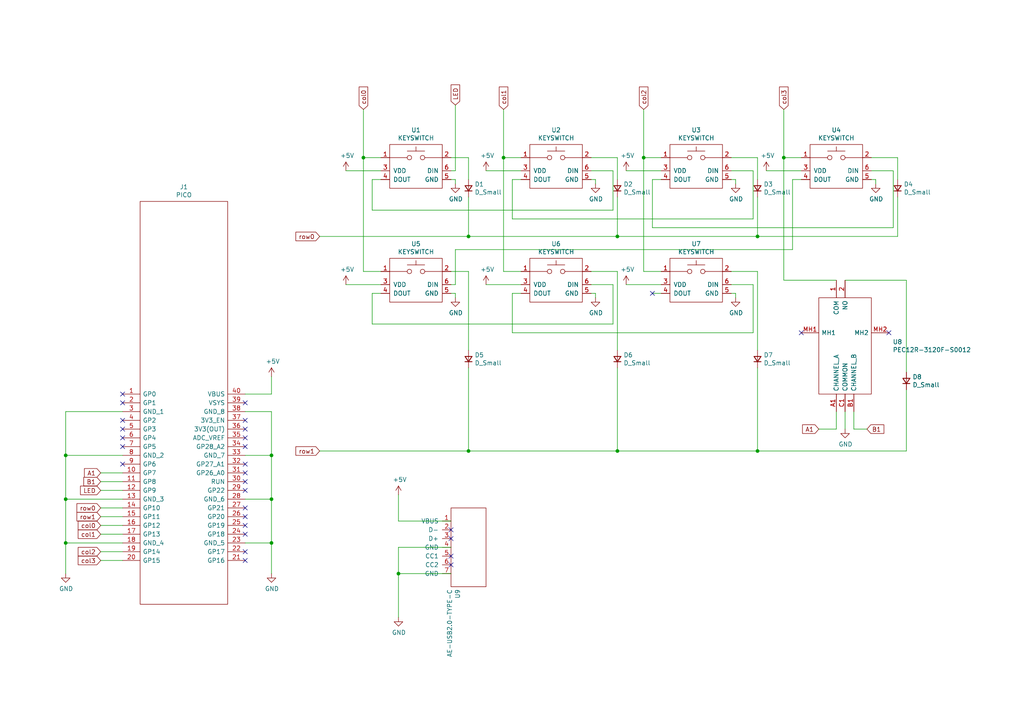
<source format=kicad_sch>
(kicad_sch (version 20211123) (generator eeschema)
  (paper "A4")
  (lib_symbols
    (symbol "Device:D_Small" (pin_numbers hide) (pin_names (offset 0.254) hide)
      (property "Reference" "D" (at -1.27 2.032 0))
      (property "Value" "D_Small" (at -3.81 -2.032 0))
      (symbol "D_Small_0_1"
        (polyline (pts (xy -0.762 -1.016) (xy -0.762 1.016)) (stroke (width 0.254)))
        (polyline (pts (xy -0.762 0) (xy 0.762 0)))
        (polyline (pts (xy 0.762 -1.016) (xy -0.762 0) (xy 0.762 1.016) (xy 0.762 -1.016)) (stroke (width 0.254)))
      )
      (symbol "D_Small_1_1"
        (pin passive line (at -2.54 0 0) (length 1.778) (name "K") (number "1"))
        (pin passive line (at 2.54 0 180) (length 1.778) (name "A") (number "2"))
      )
    )
    (symbol "FidgetSpinner_SK6812mini_v2-cache:+5V" (power) (pin_names (offset 0))
      (property "Value" "FidgetSpinner_SK6812mini_v2-cache_+5V" (at 0 3.556 0))
      (symbol "+5V_0_1"
        (polyline (pts (xy -0.762 1.27) (xy 0 2.54)))
        (polyline (pts (xy 0 0) (xy 0 2.54)))
        (polyline (pts (xy 0 2.54) (xy 0.762 1.27)))
      )
      (symbol "+5V_1_1"
        (pin power_in line (at 0 0 90) (length 0) hide (name "+5V") (number "1"))
      )
    )
    (symbol "FidgetSpinner_SK6812mini_v2-cache:GND" (power) (pin_names (offset 0))
      (property "Value" "FidgetSpinner_SK6812mini_v2-cache_GND" (at 0 -3.81 0))
      (symbol "GND_0_1"
        (polyline (pts (xy 0 0) (xy 0 -1.27) (xy 1.27 -1.27) (xy 0 -2.54) (xy -1.27 -1.27) (xy 0 -1.27)))
      )
      (symbol "GND_1_1"
        (pin power_in line (at 0 0 270) (length 0) hide (name "GND") (number "1"))
      )
    )
    (symbol "KEYSWITCH:KEYSWITCH" (pin_names (offset 1.016))
      (property "Reference" "U" (at -6.35 10.16 0))
      (property "Value" "KEYSWITCH_KEYSWITCH" (at 1.27 10.16 0))
      (symbol "KEYSWITCH_0_1"
        (rectangle (start -7.62 6.35) (end 7.62 -6.35))
        (circle (center -1.905 2.54) (radius 0.635))
        (polyline (pts (xy -2.54 2.54) (xy -7.62 2.54)))
        (polyline (pts (xy -2.54 4.445) (xy 2.54 4.445)))
        (polyline (pts (xy 0 4.445) (xy 0 5.715)))
        (polyline (pts (xy 2.54 2.54) (xy 7.62 2.54)))
      )
      (symbol "KEYSWITCH_1_1"
        (circle (center 1.905 2.54) (radius 0.635))
        (pin input line (at -10.16 2.54 0) (length 2.54) (name "~") (number "1"))
        (pin input line (at 10.16 2.54 180) (length 2.54) (name "~") (number "2"))
        (pin input line (at -10.16 -1.27 0) (length 2.54) (name "VDD") (number "3"))
        (pin input line (at -10.16 -3.81 0) (length 2.54) (name "DOUT") (number "4"))
        (pin input line (at 10.16 -3.81 180) (length 2.54) (name "GND") (number "5"))
        (pin input line (at 10.16 -1.27 180) (length 2.54) (name "DIN") (number "6"))
      )
    )
    (symbol "SamacSys_Parts:PEC12R-3120F-S0012" (pin_names (offset 0.762))
      (property "Reference" "U" (at 21.59 15.24 0))
      (property "Value" "SamacSys_Parts_PEC12R-3120F-S0012" (at 21.59 12.7 0))
      (symbol "PEC12R-3120F-S0012_0_0"
        (pin passive line (at 10.16 15.24 270) (length 5.08) (name "COM") (number "1"))
        (pin passive line (at 12.7 15.24 270) (length 5.08) (name "NO") (number "2"))
        (pin passive line (at 10.16 -22.86 90) (length 5.08) (name "CHANNEL_A") (number "A1"))
        (pin passive line (at 15.24 -22.86 90) (length 5.08) (name "CHANNEL_B") (number "B1"))
        (pin passive line (at 12.7 -22.86 90) (length 5.08) (name "COMMON") (number "C1"))
        (pin passive line (at 0 0 0) (length 5.08) (name "MH1") (number "MH1"))
        (pin passive line (at 25.4 0 180) (length 5.08) (name "MH2") (number "MH2"))
      )
      (symbol "PEC12R-3120F-S0012_0_1"
        (polyline (pts (xy 5.08 10.16) (xy 20.32 10.16) (xy 20.32 -17.78) (xy 5.08 -17.78) (xy 5.08 10.16)) (stroke (width 0.1524)))
      )
    )
    (symbol "SamacSys_Parts:PICO" (pin_names (offset 0.762))
      (property "Reference" "J" (at 31.75 60.96 0))
      (property "Value" "SamacSys_Parts_PICO" (at 31.75 58.42 0))
      (symbol "PICO_0_0"
        (pin passive line (at 0 0 0) (length 5.08) (name "GP0") (number "1"))
        (pin passive line (at 0 -22.86 0) (length 5.08) (name "GP7") (number "10"))
        (pin passive line (at 0 -25.4 0) (length 5.08) (name "GP8") (number "11"))
        (pin passive line (at 0 -27.94 0) (length 5.08) (name "GP9") (number "12"))
        (pin passive line (at 0 -30.48 0) (length 5.08) (name "GND_3") (number "13"))
        (pin passive line (at 0 -33.02 0) (length 5.08) (name "GP10") (number "14"))
        (pin passive line (at 0 -35.56 0) (length 5.08) (name "GP11") (number "15"))
        (pin passive line (at 0 -38.1 0) (length 5.08) (name "GP12") (number "16"))
        (pin passive line (at 0 -40.64 0) (length 5.08) (name "GP13") (number "17"))
        (pin passive line (at 0 -43.18 0) (length 5.08) (name "GND_4") (number "18"))
        (pin passive line (at 0 -45.72 0) (length 5.08) (name "GP14") (number "19"))
        (pin passive line (at 0 -2.54 0) (length 5.08) (name "GP1") (number "2"))
        (pin passive line (at 0 -48.26 0) (length 5.08) (name "GP15") (number "20"))
        (pin passive line (at 35.56 -48.26 180) (length 5.08) (name "GP16") (number "21"))
        (pin passive line (at 35.56 -45.72 180) (length 5.08) (name "GP17") (number "22"))
        (pin passive line (at 35.56 -43.18 180) (length 5.08) (name "GND_5") (number "23"))
        (pin passive line (at 35.56 -40.64 180) (length 5.08) (name "GP18") (number "24"))
        (pin passive line (at 35.56 -38.1 180) (length 5.08) (name "GP19") (number "25"))
        (pin passive line (at 35.56 -35.56 180) (length 5.08) (name "GP20") (number "26"))
        (pin passive line (at 35.56 -33.02 180) (length 5.08) (name "GP21") (number "27"))
        (pin passive line (at 35.56 -30.48 180) (length 5.08) (name "GND_6") (number "28"))
        (pin passive line (at 35.56 -27.94 180) (length 5.08) (name "GP22") (number "29"))
        (pin passive line (at 0 -5.08 0) (length 5.08) (name "GND_1") (number "3"))
        (pin passive line (at 35.56 -25.4 180) (length 5.08) (name "RUN") (number "30"))
        (pin passive line (at 35.56 -22.86 180) (length 5.08) (name "GP26_A0") (number "31"))
        (pin passive line (at 35.56 -20.32 180) (length 5.08) (name "GP27_A1") (number "32"))
        (pin passive line (at 35.56 -17.78 180) (length 5.08) (name "GND_7") (number "33"))
        (pin passive line (at 35.56 -15.24 180) (length 5.08) (name "GP28_A2") (number "34"))
        (pin passive line (at 35.56 -12.7 180) (length 5.08) (name "ADC_VREF") (number "35"))
        (pin passive line (at 35.56 -10.16 180) (length 5.08) (name "3V3(OUT)") (number "36"))
        (pin passive line (at 35.56 -7.62 180) (length 5.08) (name "3V3_EN") (number "37"))
        (pin passive line (at 35.56 -5.08 180) (length 5.08) (name "GND_8") (number "38"))
        (pin passive line (at 35.56 -2.54 180) (length 5.08) (name "VSYS") (number "39"))
        (pin passive line (at 0 -7.62 0) (length 5.08) (name "GP2") (number "4"))
        (pin passive line (at 35.56 0 180) (length 5.08) (name "VBUS") (number "40"))
        (pin passive line (at 0 -10.16 0) (length 5.08) (name "GP3") (number "5"))
        (pin passive line (at 0 -12.7 0) (length 5.08) (name "GP4") (number "6"))
        (pin passive line (at 0 -15.24 0) (length 5.08) (name "GP5") (number "7"))
        (pin passive line (at 0 -17.78 0) (length 5.08) (name "GND_2") (number "8"))
        (pin passive line (at 0 -20.32 0) (length 5.08) (name "GP6") (number "9"))
      )
      (symbol "PICO_0_1"
        (polyline (pts (xy 5.08 55.88) (xy 30.48 55.88) (xy 30.48 -60.96) (xy 5.08 -60.96) (xy 5.08 55.88)) (stroke (width 0.1524)))
      )
    )
    (symbol "akizuki:AE-USB2.0-TYPE-C" (pin_names (offset 1.016))
      (property "Reference" "U" (at 0 3.81 0))
      (property "Value" "akizuki_AE-USB2.0-TYPE-C" (at 0 0 0))
      (symbol "AE-USB2.0-TYPE-C_0_1"
        (rectangle (start -11.43 -5.08) (end 11.43 5.08))
      )
      (symbol "AE-USB2.0-TYPE-C_1_1"
        (pin input line (at -7.62 -5.08 270) (length 2.54) (name "VBUS") (number "1"))
        (pin input line (at -5.08 -5.08 270) (length 2.54) (name "D-") (number "2"))
        (pin input line (at -2.54 -5.08 270) (length 2.54) (name "D+") (number "3"))
        (pin input line (at 0 -5.08 270) (length 2.54) (name "GND") (number "4"))
        (pin input line (at 2.54 -5.08 270) (length 2.54) (name "CC1") (number "5"))
        (pin input line (at 5.08 -5.08 270) (length 2.54) (name "CC2") (number "6"))
        (pin input line (at 7.62 -5.08 270) (length 2.54) (name "GND") (number "7"))
      )
    )
  )
  (junction (at 135.89 68.58))
  (junction (at 186.69 45.72))
  (junction (at 78.74 144.78))
  (junction (at 135.89 130.81))
  (junction (at 19.05 144.78))
  (junction (at 105.41 45.72))
  (junction (at 78.74 132.08))
  (junction (at 78.74 157.48))
  (junction (at 219.71 130.81))
  (junction (at 19.05 132.08))
  (junction (at 115.57 166.37))
  (junction (at 219.71 68.58))
  (junction (at 179.07 130.81))
  (junction (at 227.33 45.72))
  (junction (at 146.05 45.72))
  (junction (at 179.07 68.58))
  (junction (at 19.05 157.48))
  (no_connect (at 71.12 134.62))
  (no_connect (at 35.56 124.46))
  (no_connect (at 35.56 127))
  (no_connect (at 71.12 127))
  (no_connect (at 71.12 139.7))
  (no_connect (at 35.56 121.92))
  (no_connect (at 35.56 129.54))
  (no_connect (at 232.41 96.52))
  (no_connect (at 35.56 116.84))
  (no_connect (at 71.12 121.92))
  (no_connect (at 130.81 156.21))
  (no_connect (at 71.12 116.84))
  (no_connect (at 71.12 142.24))
  (no_connect (at 71.12 162.56))
  (no_connect (at 71.12 137.16))
  (no_connect (at 35.56 134.62))
  (no_connect (at 71.12 160.02))
  (no_connect (at 130.81 153.67))
  (no_connect (at 71.12 149.86))
  (no_connect (at 71.12 147.32))
  (no_connect (at 257.81 96.52))
  (no_connect (at 130.81 161.29))
  (no_connect (at 71.12 129.54))
  (no_connect (at 189.23 85.09))
  (no_connect (at 35.56 114.3))
  (no_connect (at 71.12 124.46))
  (no_connect (at 71.12 154.94))
  (no_connect (at 71.12 152.4))
  (no_connect (at 130.81 163.83))
  (wire (pts (xy 100.33 82.55) (xy 110.49 82.55)))
  (wire (pts (xy 107.95 60.96) (xy 177.8 60.96)))
  (wire (pts (xy 229.87 72.39) (xy 132.08 72.39)))
  (wire (pts (xy 115.57 143.51) (xy 115.57 151.13)))
  (wire (pts (xy 35.56 132.08) (xy 19.05 132.08)))
  (wire (pts (xy 179.07 106.68) (xy 179.07 130.81)))
  (wire (pts (xy 19.05 157.48) (xy 19.05 166.37)))
  (wire (pts (xy 107.95 52.07) (xy 107.95 60.96)))
  (wire (pts (xy 172.72 52.07) (xy 172.72 53.34)))
  (wire (pts (xy 132.08 30.48) (xy 132.08 49.53)))
  (wire (pts (xy 105.41 31.75) (xy 105.41 45.72)))
  (wire (pts (xy 242.57 124.46) (xy 237.49 124.46)))
  (wire (pts (xy 29.21 149.86) (xy 35.56 149.86)))
  (wire (pts (xy 218.44 82.55) (xy 218.44 96.52)))
  (wire (pts (xy 179.07 45.72) (xy 179.07 52.07)))
  (wire (pts (xy 213.36 85.09) (xy 213.36 86.36)))
  (wire (pts (xy 245.11 81.28) (xy 262.89 81.28)))
  (wire (pts (xy 177.8 93.98) (xy 177.8 82.55)))
  (wire (pts (xy 107.95 93.98) (xy 177.8 93.98)))
  (wire (pts (xy 227.33 31.75) (xy 227.33 45.72)))
  (wire (pts (xy 115.57 158.75) (xy 115.57 166.37)))
  (wire (pts (xy 262.89 81.28) (xy 262.89 107.95)))
  (wire (pts (xy 19.05 144.78) (xy 35.56 144.78)))
  (wire (pts (xy 19.05 119.38) (xy 19.05 132.08)))
  (wire (pts (xy 219.71 45.72) (xy 219.71 52.07)))
  (wire (pts (xy 132.08 52.07) (xy 132.08 53.34)))
  (wire (pts (xy 29.21 152.4) (xy 35.56 152.4)))
  (wire (pts (xy 29.21 160.02) (xy 35.56 160.02)))
  (wire (pts (xy 140.97 49.53) (xy 151.13 49.53)))
  (wire (pts (xy 132.08 82.55) (xy 130.81 82.55)))
  (wire (pts (xy 19.05 157.48) (xy 19.05 144.78)))
  (wire (pts (xy 252.73 52.07) (xy 254 52.07)))
  (wire (pts (xy 212.09 52.07) (xy 213.36 52.07)))
  (wire (pts (xy 105.41 45.72) (xy 105.41 78.74)))
  (wire (pts (xy 172.72 85.09) (xy 172.72 86.36)))
  (wire (pts (xy 29.21 147.32) (xy 35.56 147.32)))
  (wire (pts (xy 232.41 52.07) (xy 229.87 52.07)))
  (wire (pts (xy 259.08 49.53) (xy 259.08 66.04)))
  (wire (pts (xy 92.71 68.58) (xy 135.89 68.58)))
  (wire (pts (xy 115.57 166.37) (xy 115.57 179.07)))
  (wire (pts (xy 179.07 57.15) (xy 179.07 68.58)))
  (wire (pts (xy 148.59 63.5) (xy 218.44 63.5)))
  (wire (pts (xy 212.09 45.72) (xy 219.71 45.72)))
  (wire (pts (xy 151.13 85.09) (xy 148.59 85.09)))
  (wire (pts (xy 29.21 137.16) (xy 35.56 137.16)))
  (wire (pts (xy 71.12 114.3) (xy 78.74 114.3)))
  (wire (pts (xy 254 52.07) (xy 254 53.34)))
  (wire (pts (xy 19.05 132.08) (xy 19.05 144.78)))
  (wire (pts (xy 171.45 78.74) (xy 179.07 78.74)))
  (wire (pts (xy 130.81 85.09) (xy 132.08 85.09)))
  (wire (pts (xy 171.45 85.09) (xy 172.72 85.09)))
  (wire (pts (xy 171.45 52.07) (xy 172.72 52.07)))
  (wire (pts (xy 135.89 130.81) (xy 179.07 130.81)))
  (wire (pts (xy 219.71 106.68) (xy 219.71 130.81)))
  (wire (pts (xy 227.33 45.72) (xy 227.33 81.28)))
  (wire (pts (xy 130.81 166.37) (xy 115.57 166.37)))
  (wire (pts (xy 107.95 85.09) (xy 107.95 93.98)))
  (wire (pts (xy 252.73 45.72) (xy 260.35 45.72)))
  (wire (pts (xy 130.81 78.74) (xy 135.89 78.74)))
  (wire (pts (xy 110.49 52.07) (xy 107.95 52.07)))
  (wire (pts (xy 177.8 49.53) (xy 171.45 49.53)))
  (wire (pts (xy 191.77 52.07) (xy 189.23 52.07)))
  (wire (pts (xy 78.74 157.48) (xy 78.74 166.37)))
  (wire (pts (xy 181.61 49.53) (xy 191.77 49.53)))
  (wire (pts (xy 189.23 66.04) (xy 259.08 66.04)))
  (wire (pts (xy 260.35 68.58) (xy 219.71 68.58)))
  (wire (pts (xy 78.74 114.3) (xy 78.74 109.22)))
  (wire (pts (xy 177.8 82.55) (xy 171.45 82.55)))
  (wire (pts (xy 78.74 132.08) (xy 78.74 144.78)))
  (wire (pts (xy 140.97 82.55) (xy 151.13 82.55)))
  (wire (pts (xy 181.61 82.55) (xy 191.77 82.55)))
  (wire (pts (xy 105.41 78.74) (xy 110.49 78.74)))
  (wire (pts (xy 132.08 85.09) (xy 132.08 86.36)))
  (wire (pts (xy 219.71 130.81) (xy 262.89 130.81)))
  (wire (pts (xy 247.65 119.38) (xy 247.65 124.46)))
  (wire (pts (xy 100.33 49.53) (xy 110.49 49.53)))
  (wire (pts (xy 78.74 119.38) (xy 78.74 132.08)))
  (wire (pts (xy 151.13 52.07) (xy 148.59 52.07)))
  (wire (pts (xy 132.08 72.39) (xy 132.08 82.55)))
  (wire (pts (xy 71.12 132.08) (xy 78.74 132.08)))
  (wire (pts (xy 29.21 154.94) (xy 35.56 154.94)))
  (wire (pts (xy 105.41 45.72) (xy 110.49 45.72)))
  (wire (pts (xy 191.77 85.09) (xy 189.23 85.09)))
  (wire (pts (xy 35.56 139.7) (xy 29.21 139.7)))
  (wire (pts (xy 218.44 82.55) (xy 212.09 82.55)))
  (wire (pts (xy 213.36 52.07) (xy 213.36 53.34)))
  (wire (pts (xy 179.07 130.81) (xy 219.71 130.81)))
  (wire (pts (xy 219.71 78.74) (xy 219.71 101.6)))
  (wire (pts (xy 148.59 52.07) (xy 148.59 63.5)))
  (wire (pts (xy 262.89 130.81) (xy 262.89 113.03)))
  (wire (pts (xy 218.44 49.53) (xy 212.09 49.53)))
  (wire (pts (xy 259.08 49.53) (xy 252.73 49.53)))
  (wire (pts (xy 229.87 52.07) (xy 229.87 72.39)))
  (wire (pts (xy 135.89 45.72) (xy 135.89 52.07)))
  (wire (pts (xy 71.12 119.38) (xy 78.74 119.38)))
  (wire (pts (xy 78.74 144.78) (xy 78.74 157.48)))
  (wire (pts (xy 222.25 49.53) (xy 232.41 49.53)))
  (wire (pts (xy 212.09 85.09) (xy 213.36 85.09)))
  (wire (pts (xy 219.71 57.15) (xy 219.71 68.58)))
  (wire (pts (xy 186.69 31.75) (xy 186.69 45.72)))
  (wire (pts (xy 35.56 119.38) (xy 19.05 119.38)))
  (wire (pts (xy 130.81 52.07) (xy 132.08 52.07)))
  (wire (pts (xy 135.89 78.74) (xy 135.89 101.6)))
  (wire (pts (xy 260.35 57.15) (xy 260.35 68.58)))
  (wire (pts (xy 146.05 45.72) (xy 151.13 45.72)))
  (wire (pts (xy 29.21 162.56) (xy 35.56 162.56)))
  (wire (pts (xy 110.49 85.09) (xy 107.95 85.09)))
  (wire (pts (xy 71.12 144.78) (xy 78.74 144.78)))
  (wire (pts (xy 242.57 81.28) (xy 227.33 81.28)))
  (wire (pts (xy 148.59 85.09) (xy 148.59 96.52)))
  (wire (pts (xy 186.69 45.72) (xy 191.77 45.72)))
  (wire (pts (xy 92.71 130.81) (xy 135.89 130.81)))
  (wire (pts (xy 132.08 49.53) (xy 130.81 49.53)))
  (wire (pts (xy 186.69 45.72) (xy 186.69 78.74)))
  (wire (pts (xy 186.69 78.74) (xy 191.77 78.74)))
  (wire (pts (xy 212.09 78.74) (xy 219.71 78.74)))
  (wire (pts (xy 260.35 45.72) (xy 260.35 52.07)))
  (wire (pts (xy 130.81 45.72) (xy 135.89 45.72)))
  (wire (pts (xy 148.59 96.52) (xy 218.44 96.52)))
  (wire (pts (xy 218.44 49.53) (xy 218.44 63.5)))
  (wire (pts (xy 135.89 106.68) (xy 135.89 130.81)))
  (wire (pts (xy 35.56 157.48) (xy 19.05 157.48)))
  (wire (pts (xy 227.33 45.72) (xy 232.41 45.72)))
  (wire (pts (xy 177.8 60.96) (xy 177.8 49.53)))
  (wire (pts (xy 146.05 31.75) (xy 146.05 45.72)))
  (wire (pts (xy 146.05 78.74) (xy 151.13 78.74)))
  (wire (pts (xy 35.56 142.24) (xy 29.21 142.24)))
  (wire (pts (xy 242.57 119.38) (xy 242.57 124.46)))
  (wire (pts (xy 179.07 68.58) (xy 135.89 68.58)))
  (wire (pts (xy 130.81 158.75) (xy 115.57 158.75)))
  (wire (pts (xy 247.65 124.46) (xy 251.46 124.46)))
  (wire (pts (xy 219.71 68.58) (xy 179.07 68.58)))
  (wire (pts (xy 189.23 52.07) (xy 189.23 66.04)))
  (wire (pts (xy 146.05 45.72) (xy 146.05 78.74)))
  (wire (pts (xy 135.89 57.15) (xy 135.89 68.58)))
  (wire (pts (xy 71.12 157.48) (xy 78.74 157.48)))
  (wire (pts (xy 171.45 45.72) (xy 179.07 45.72)))
  (wire (pts (xy 179.07 78.74) (xy 179.07 101.6)))
  (wire (pts (xy 245.11 119.38) (xy 245.11 124.46)))
  (wire (pts (xy 130.81 151.13) (xy 115.57 151.13)))
  (global_label "col2" (shape input) (at 186.69 31.75 90) (property "Intersheet References" "${INTERSHEET_REFS}" (effects hide)))
  (global_label "LED" (shape input) (at 29.21 142.24 180) (property "Intersheet References" "${INTERSHEET_REFS}" (effects hide)))
  (global_label "B1" (shape input) (at 29.21 139.7 180) (property "Intersheet References" "${INTERSHEET_REFS}" (effects hide)))
  (global_label "col3" (shape input) (at 29.21 162.56 180) (property "Intersheet References" "${INTERSHEET_REFS}" (effects hide)))
  (global_label "row0" (shape input) (at 92.71 68.58 180) (property "Intersheet References" "${INTERSHEET_REFS}" (effects hide)))
  (global_label "row1" (shape input) (at 92.71 130.81 180) (property "Intersheet References" "${INTERSHEET_REFS}" (effects hide)))
  (global_label "col1" (shape input) (at 146.05 31.75 90) (property "Intersheet References" "${INTERSHEET_REFS}" (effects hide)))
  (global_label "col2" (shape input) (at 29.21 160.02 180) (property "Intersheet References" "${INTERSHEET_REFS}" (effects hide)))
  (global_label "col0" (shape input) (at 29.21 152.4 180) (property "Intersheet References" "${INTERSHEET_REFS}" (effects hide)))
  (global_label "A1" (shape input) (at 237.49 124.46 180) (property "Intersheet References" "${INTERSHEET_REFS}" (effects hide)))
  (global_label "col0" (shape input) (at 105.41 31.75 90) (property "Intersheet References" "${INTERSHEET_REFS}" (effects hide)))
  (global_label "col3" (shape input) (at 227.33 31.75 90) (property "Intersheet References" "${INTERSHEET_REFS}" (effects hide)))
  (global_label "row1" (shape input) (at 29.21 149.86 180) (property "Intersheet References" "${INTERSHEET_REFS}" (effects hide)))
  (global_label "LED" (shape input) (at 132.08 30.48 90) (property "Intersheet References" "${INTERSHEET_REFS}" (effects hide)))
  (global_label "B1" (shape input) (at 251.46 124.46 0) (property "Intersheet References" "${INTERSHEET_REFS}" (effects hide)))
  (global_label "row0" (shape input) (at 29.21 147.32 180) (property "Intersheet References" "${INTERSHEET_REFS}" (effects hide)))
  (global_label "col1" (shape input) (at 29.21 154.94 180) (property "Intersheet References" "${INTERSHEET_REFS}" (effects hide)))
  (global_label "A1" (shape input) (at 29.21 137.16 180) (property "Intersheet References" "${INTERSHEET_REFS}" (effects hide)))
  (symbol (lib_id "SamacSys_Parts:PEC12R-3120F-S0012") (at 232.41 96.52 0) (unit 1)
    (property "Reference" "U8" (at 258.9276 99.1616 0) (effects (justify left)))
    (property "Value" "PEC12R-3120F-S0012" (at 258.9276 101.473 0) (effects (justify left)))
    (property "Footprint" "SamacSys_Parts:PEC12R3120FS0012" (effects hide))
    (property "Datasheet" "https://www.arrow.com/en/products/pec12r-3120f-s0012/bourns" (effects hide))
    (property "Description" "Mechanical Encoder Rotary Incremental Flat 0.007N.m Straight Quadrature Digital Square Wave 12PPR Through Hole PC Pin" (effects hide))
    (property "Height" "20.5" (effects hide))
    (property "Manufacturer_Name" "Bourns" (effects hide))
    (property "Manufacturer_Part_Number" "PEC12R-3120F-S0012" (effects hide))
    (property "Mouser Part Number" "652-PEC12R3120FS0012" (effects hide))
    (property "Mouser Price/Stock" "https://www.mouser.co.uk/ProductDetail/Bourns/PEC12R-3120F-S0012?qs=pxDZlBjcsCjFUuSVctIWgw%3D%3D" (effects hide))
    (property "Arrow Part Number" "PEC12R-3120F-S0012" (effects hide))
    (property "Arrow Price/Stock" "https://www.arrow.com/en/products/pec12r-3120f-s0012/bourns?region=nac" (effects hide))
  )
  (symbol (lib_id "FidgetSpinner_SK6812mini_v2-cache:+5V") (at 140.97 49.53 0) (unit 1)
    (property "Reference" "#PWR0108" (effects hide))
    (property "Value" "+5V" (at 141.351 45.1358 0))
  )
  (symbol (lib_id "KEYSWITCH:KEYSWITCH") (at 161.29 48.26 0) (unit 1)
    (property "Reference" "U2" (at 161.29 37.719 0))
    (property "Value" "KEYSWITCH" (at 161.29 40.0304 0))
    (property "Footprint" "keyswitches:Kailh_socket_MX" (effects hide))
  )
  (symbol (lib_id "FidgetSpinner_SK6812mini_v2-cache:GND") (at 172.72 53.34 0) (unit 1)
    (property "Reference" "#PWR0107" (effects hide))
    (property "Value" "GND" (at 172.847 57.7342 0))
  )
  (symbol (lib_id "KEYSWITCH:KEYSWITCH") (at 120.65 48.26 0) (unit 1)
    (property "Reference" "U1" (at 120.65 37.719 0))
    (property "Value" "KEYSWITCH" (at 120.65 40.0304 0))
    (property "Footprint" "keyswitches:Kailh_socket_MX" (effects hide))
  )
  (symbol (lib_id "FidgetSpinner_SK6812mini_v2-cache:+5V") (at 181.61 49.53 0) (unit 1)
    (property "Reference" "#PWR0106" (effects hide))
    (property "Value" "+5V" (at 181.991 45.1358 0))
  )
  (symbol (lib_id "KEYSWITCH:KEYSWITCH") (at 201.93 48.26 0) (unit 1)
    (property "Reference" "U3" (at 201.93 37.719 0))
    (property "Value" "KEYSWITCH" (at 201.93 40.0304 0))
    (property "Footprint" "keyswitches:Kailh_socket_MX" (effects hide))
  )
  (symbol (lib_id "FidgetSpinner_SK6812mini_v2-cache:GND") (at 213.36 53.34 0) (unit 1)
    (property "Reference" "#PWR0105" (effects hide))
    (property "Value" "GND" (at 213.487 57.7342 0))
  )
  (symbol (lib_id "FidgetSpinner_SK6812mini_v2-cache:+5V") (at 222.25 49.53 0) (unit 1)
    (property "Reference" "#PWR0104" (effects hide))
    (property "Value" "+5V" (at 222.631 45.1358 0))
  )
  (symbol (lib_id "KEYSWITCH:KEYSWITCH") (at 242.57 48.26 0) (unit 1)
    (property "Reference" "U4" (at 242.57 37.719 0))
    (property "Value" "KEYSWITCH" (at 242.57 40.0304 0))
    (property "Footprint" "keyswitches:Kailh_socket_MX" (effects hide))
  )
  (symbol (lib_id "FidgetSpinner_SK6812mini_v2-cache:GND") (at 254 53.34 0) (unit 1)
    (property "Reference" "#PWR0103" (effects hide))
    (property "Value" "GND" (at 254.127 57.7342 0))
  )
  (symbol (lib_id "FidgetSpinner_SK6812mini_v2-cache:GND") (at 132.08 53.34 0) (unit 1)
    (property "Reference" "#PWR0101" (effects hide))
    (property "Value" "GND" (at 132.207 57.7342 0))
  )
  (symbol (lib_id "FidgetSpinner_SK6812mini_v2-cache:GND") (at 213.36 86.36 0) (unit 1)
    (property "Reference" "#PWR0109" (effects hide))
    (property "Value" "GND" (at 213.487 90.7542 0))
  )
  (symbol (lib_id "KEYSWITCH:KEYSWITCH") (at 201.93 81.28 0) (unit 1)
    (property "Reference" "U7" (at 201.93 70.739 0))
    (property "Value" "KEYSWITCH" (at 201.93 73.0504 0))
    (property "Footprint" "keyswitches:Kailh_socket_MX" (effects hide))
  )
  (symbol (lib_id "FidgetSpinner_SK6812mini_v2-cache:+5V") (at 181.61 82.55 0) (unit 1)
    (property "Reference" "#PWR0110" (effects hide))
    (property "Value" "+5V" (at 181.991 78.1558 0))
  )
  (symbol (lib_id "FidgetSpinner_SK6812mini_v2-cache:GND") (at 172.72 86.36 0) (unit 1)
    (property "Reference" "#PWR0111" (effects hide))
    (property "Value" "GND" (at 172.847 90.7542 0))
  )
  (symbol (lib_id "KEYSWITCH:KEYSWITCH") (at 161.29 81.28 0) (unit 1)
    (property "Reference" "U6" (at 161.29 70.739 0))
    (property "Value" "KEYSWITCH" (at 161.29 73.0504 0))
    (property "Footprint" "keyswitches:Kailh_socket_MX" (effects hide))
  )
  (symbol (lib_id "FidgetSpinner_SK6812mini_v2-cache:+5V") (at 140.97 82.55 0) (unit 1)
    (property "Reference" "#PWR0112" (effects hide))
    (property "Value" "+5V" (at 141.351 78.1558 0))
  )
  (symbol (lib_id "FidgetSpinner_SK6812mini_v2-cache:GND") (at 132.08 86.36 0) (unit 1)
    (property "Reference" "#PWR0113" (effects hide))
    (property "Value" "GND" (at 132.207 90.7542 0))
  )
  (symbol (lib_id "KEYSWITCH:KEYSWITCH") (at 120.65 81.28 0) (unit 1)
    (property "Reference" "U5" (at 120.65 70.739 0))
    (property "Value" "KEYSWITCH" (at 120.65 73.0504 0))
    (property "Footprint" "keyswitches:Kailh_socket_MX" (effects hide))
  )
  (symbol (lib_id "FidgetSpinner_SK6812mini_v2-cache:+5V") (at 100.33 82.55 0) (unit 1)
    (property "Reference" "#PWR0114" (effects hide))
    (property "Value" "+5V" (at 100.711 78.1558 0))
  )
  (symbol (lib_id "FidgetSpinner_SK6812mini_v2-cache:+5V") (at 100.33 49.53 0) (unit 1)
    (property "Reference" "#PWR0102" (effects hide))
    (property "Value" "+5V" (at 100.711 45.1358 0))
  )
  (symbol (lib_id "Device:D_Small") (at 135.89 54.61 90) (unit 1)
    (property "Reference" "D1" (at 137.668 53.4416 90) (effects (justify right)))
    (property "Value" "D_Small" (at 137.668 55.753 90) (effects (justify right)))
    (property "Footprint" "Diode_SMD:D_SOD-123" (effects hide))
  )
  (symbol (lib_id "Device:D_Small") (at 179.07 54.61 90) (unit 1)
    (property "Reference" "D2" (at 180.848 53.4416 90) (effects (justify right)))
    (property "Value" "D_Small" (at 180.848 55.753 90) (effects (justify right)))
    (property "Footprint" "Diode_SMD:D_SOD-123" (effects hide))
  )
  (symbol (lib_id "Device:D_Small") (at 219.71 54.61 90) (unit 1)
    (property "Reference" "D3" (at 221.488 53.4416 90) (effects (justify right)))
    (property "Value" "D_Small" (at 221.488 55.753 90) (effects (justify right)))
    (property "Footprint" "Diode_SMD:D_SOD-123" (effects hide))
  )
  (symbol (lib_id "Device:D_Small") (at 260.35 54.61 90) (unit 1)
    (property "Reference" "D4" (at 262.128 53.4416 90) (effects (justify right)))
    (property "Value" "D_Small" (at 262.128 55.753 90) (effects (justify right)))
    (property "Footprint" "Diode_SMD:D_SOD-123" (effects hide))
  )
  (symbol (lib_id "Device:D_Small") (at 262.89 110.49 90) (unit 1)
    (property "Reference" "D8" (at 264.668 109.3216 90) (effects (justify right)))
    (property "Value" "D_Small" (at 264.668 111.633 90) (effects (justify right)))
    (property "Footprint" "Diode_SMD:D_SOD-123" (effects hide))
  )
  (symbol (lib_id "Device:D_Small") (at 135.89 104.14 90) (unit 1)
    (property "Reference" "D5" (at 137.668 102.9716 90) (effects (justify right)))
    (property "Value" "D_Small" (at 137.668 105.283 90) (effects (justify right)))
    (property "Footprint" "Diode_SMD:D_SOD-123" (effects hide))
  )
  (symbol (lib_id "Device:D_Small") (at 179.07 104.14 90) (unit 1)
    (property "Reference" "D6" (at 180.848 102.9716 90) (effects (justify right)))
    (property "Value" "D_Small" (at 180.848 105.283 90) (effects (justify right)))
    (property "Footprint" "Diode_SMD:D_SOD-123" (effects hide))
  )
  (symbol (lib_id "Device:D_Small") (at 219.71 104.14 90) (unit 1)
    (property "Reference" "D7" (at 221.488 102.9716 90) (effects (justify right)))
    (property "Value" "D_Small" (at 221.488 105.283 90) (effects (justify right)))
    (property "Footprint" "Diode_SMD:D_SOD-123" (effects hide))
  )
  (symbol (lib_id "FidgetSpinner_SK6812mini_v2-cache:GND") (at 245.11 124.46 0) (unit 1)
    (property "Reference" "#PWR0115" (effects hide))
    (property "Value" "GND" (at 245.237 128.8542 0))
  )
  (symbol (lib_id "FidgetSpinner_SK6812mini_v2-cache:+5V") (at 78.74 109.22 0) (unit 1)
    (property "Reference" "#PWR0116" (effects hide))
    (property "Value" "+5V" (at 79.121 104.8258 0))
  )
  (symbol (lib_id "SamacSys_Parts:PICO") (at 35.56 114.3 0) (unit 1)
    (property "Reference" "J1" (at 53.34 54.229 0))
    (property "Value" "PICO" (at 53.34 56.5404 0))
    (property "Footprint" "RPi_Pico:RPi_Pico_SMD_TH" (effects hide))
    (property "Datasheet" "https://datasheets.raspberrypi.org/pico/pico_datasheet.pdf" (effects hide))
    (property "Description" "RP2040 microcontroller chip designed by Raspberry Pi in the United Kingdom 2  SPI, 2  I2C, 2  UART, 3  12-bit ADC, 16  controllable PWM channels" (effects hide))
    (property "Height" "1" (effects hide))
    (property "Manufacturer_Name" "RASPBERRY-PI" (effects hide))
    (property "Manufacturer_Part_Number" "PICO" (effects hide))
  )
  (symbol (lib_id "akizuki:AE-USB2.0-TYPE-C") (at 135.89 158.75 270) (unit 1)
    (property "Reference" "U9" (at 132.7404 170.8912 0) (effects (justify left)))
    (property "Value" "AE-USB2.0-TYPE-C" (at 130.429 170.8912 0) (effects (justify left)))
    (property "Footprint" "akizuki:AE-USB2.0-TYPE-C" (effects hide))
  )
  (symbol (lib_id "FidgetSpinner_SK6812mini_v2-cache:+5V") (at 115.57 143.51 0) (unit 1)
    (property "Reference" "#PWR0119" (effects hide))
    (property "Value" "+5V" (at 115.951 139.1158 0))
  )
  (symbol (lib_id "FidgetSpinner_SK6812mini_v2-cache:GND") (at 115.57 179.07 0) (unit 1)
    (property "Reference" "#PWR0120" (effects hide))
    (property "Value" "GND" (at 115.697 183.4642 0))
  )
  (symbol (lib_id "FidgetSpinner_SK6812mini_v2-cache:GND") (at 78.74 166.37 0) (unit 1)
    (property "Reference" "#PWR0118" (effects hide))
    (property "Value" "GND" (at 78.867 170.7642 0))
  )
  (symbol (lib_id "FidgetSpinner_SK6812mini_v2-cache:GND") (at 19.05 166.37 0) (unit 1)
    (property "Reference" "#PWR0117" (effects hide))
    (property "Value" "GND" (at 19.177 170.7642 0))
  )
)
</source>
